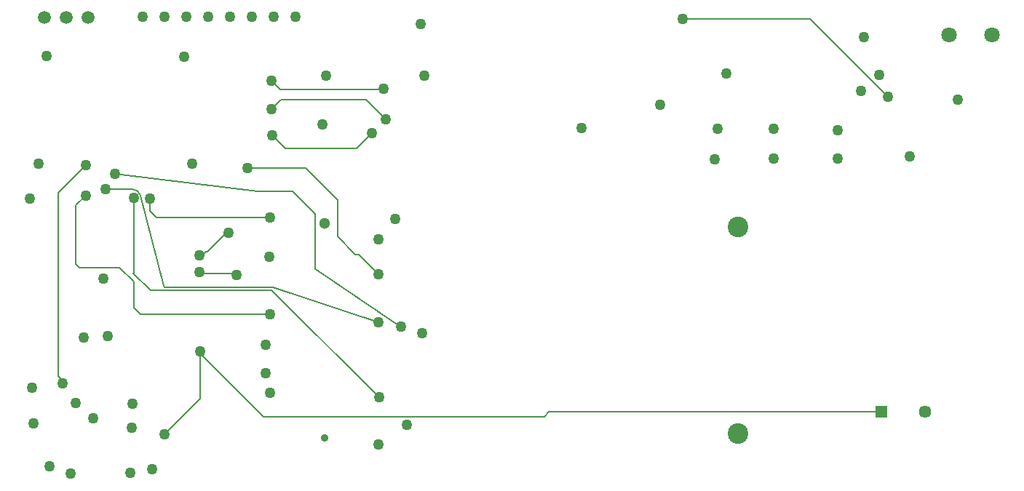
<source format=gbl>
G04*
G04 #@! TF.GenerationSoftware,Altium Limited,Altium Designer,24.8.2 (39)*
G04*
G04 Layer_Physical_Order=4*
G04 Layer_Color=16711680*
%FSLAX44Y44*%
%MOMM*%
G71*
G04*
G04 #@! TF.SameCoordinates,C4C63D13-D3AA-445C-89B5-11D78E456874*
G04*
G04*
G04 #@! TF.FilePolarity,Positive*
G04*
G01*
G75*
%ADD50R,1.4500X1.4500*%
%ADD51C,1.4500*%
%ADD52C,1.8034*%
%ADD53C,1.2700*%
%ADD54C,1.4986*%
%ADD56C,0.2032*%
%ADD58C,1.3000*%
%ADD59C,0.9000*%
%ADD60C,2.4000*%
D50*
X1004970Y96520D02*
D03*
D51*
X1054970D02*
D03*
D52*
X1083310Y534670D02*
D03*
X1133310D02*
D03*
D53*
X144780Y556260D02*
D03*
X170180D02*
D03*
X195580D02*
D03*
X220980D02*
D03*
X297180D02*
D03*
X322580D02*
D03*
X271780D02*
D03*
X246380D02*
D03*
X411480Y420370D02*
D03*
X427990Y436880D02*
D03*
X425450Y472440D02*
D03*
X472440Y487680D02*
D03*
X468630Y547370D02*
D03*
X655320Y426720D02*
D03*
X294640Y481330D02*
D03*
Y448310D02*
D03*
X295910Y417830D02*
D03*
X358140Y487680D02*
D03*
X354330Y430530D02*
D03*
X824230Y490220D02*
D03*
X1093470Y459740D02*
D03*
X1012344Y462788D02*
D03*
X746760Y453390D02*
D03*
X980440Y469900D02*
D03*
X1037590Y393700D02*
D03*
X210820Y278130D02*
D03*
X99060Y251460D02*
D03*
X104140Y184150D02*
D03*
X76200Y182880D02*
D03*
X78740Y347980D02*
D03*
X101600Y355600D02*
D03*
X113030Y373380D02*
D03*
X153670Y344170D02*
D03*
X134620Y345440D02*
D03*
X52070Y129540D02*
D03*
X16510Y124460D02*
D03*
X17780Y82550D02*
D03*
X67310Y106680D02*
D03*
X87630Y88900D02*
D03*
X953770Y391160D02*
D03*
Y424180D02*
D03*
X878840Y425450D02*
D03*
Y391160D02*
D03*
X60960Y24130D02*
D03*
X170180Y69850D02*
D03*
X130810Y25400D02*
D03*
X133350Y105410D02*
D03*
X210820Y259080D02*
D03*
X245110Y304800D02*
D03*
X254000Y255270D02*
D03*
X212090Y166370D02*
D03*
X293370Y209550D02*
D03*
X445770Y195580D02*
D03*
X469900Y187960D02*
D03*
X452120Y81280D02*
D03*
X419343Y200903D02*
D03*
X420370Y113030D02*
D03*
X419100Y58420D02*
D03*
X293370Y118110D02*
D03*
X288290Y140970D02*
D03*
Y173990D02*
D03*
X419100Y256540D02*
D03*
Y297180D02*
D03*
X292100Y276860D02*
D03*
X293370Y322580D02*
D03*
X13970Y344170D02*
D03*
X24130Y384810D02*
D03*
X33020Y510540D02*
D03*
X193040Y509270D02*
D03*
X810260Y389890D02*
D03*
X814070Y425450D02*
D03*
X984250Y532130D02*
D03*
X773430Y553720D02*
D03*
X132080Y77470D02*
D03*
X156210Y29210D02*
D03*
X36830Y33020D02*
D03*
X438792Y320943D02*
D03*
X202451Y385572D02*
D03*
X1001776Y488220D02*
D03*
X79248Y383794D02*
D03*
X266700Y379984D02*
D03*
D54*
X55880Y554990D02*
D03*
X81280D02*
D03*
X30480D02*
D03*
D56*
X280167Y353064D02*
G03*
X280416Y353060I249J8632D01*
G01*
X280167Y353064D02*
G03*
X280416Y353060I249J8632D01*
G01*
X280167Y353064D02*
G03*
X280416Y353060I249J8632D01*
G01*
X280167Y353064D02*
G03*
X280416Y353060I249J8632D01*
G01*
X280167Y353064D02*
G03*
X280416Y353060I249J8632D01*
G01*
X280167Y353064D02*
G03*
X280416Y353060I249J8632D01*
G01*
X280167Y353064D02*
G03*
X280416Y353060I249J8632D01*
G01*
X280167Y353064D02*
G03*
X280416Y353060I249J8632D01*
G01*
X280167Y353064D02*
G03*
X280416Y353060I249J8632D01*
G01*
X280167Y353064D02*
G03*
X280416Y353060I249J8632D01*
G01*
X280167Y353064D02*
G03*
X280416Y353060I249J8632D01*
G01*
X280167Y353064D02*
G03*
X280416Y353060I249J8632D01*
G01*
X280167Y353064D02*
G03*
X280416Y353060I249J8632D01*
G01*
X280167Y353064D02*
G03*
X280416Y353060I249J8632D01*
G01*
X280167Y353064D02*
G03*
X280416Y353060I249J8632D01*
G01*
X280167Y353064D02*
G03*
X280416Y353060I249J8632D01*
G01*
X280167Y353064D02*
G03*
X280416Y353060I249J8632D01*
G01*
X280167Y353064D02*
G03*
X280416Y353060I249J8632D01*
G01*
X280167Y353064D02*
G03*
X280416Y353060I249J8632D01*
G01*
X280167Y353064D02*
G03*
X280416Y353060I249J8632D01*
G01*
X280167Y353064D02*
G03*
X280416Y353060I249J8632D01*
G01*
X280167Y353064D02*
G03*
X280416Y353060I249J8632D01*
G01*
X280167Y353064D02*
G03*
X280416Y353060I249J8632D01*
G01*
X280167Y353064D02*
G03*
X280416Y353060I249J8632D01*
G01*
X280167Y353064D02*
G03*
X280416Y353060I249J8632D01*
G01*
X280167Y353064D02*
G03*
X280416Y353060I249J8632D01*
G01*
X280167Y353064D02*
G03*
X280416Y353060I249J8632D01*
G01*
X280167Y353064D02*
G03*
X280416Y353060I249J8632D01*
G01*
X280167Y353064D02*
G03*
X280416Y353060I249J8632D01*
G01*
X280167Y353064D02*
G03*
X280416Y353060I249J8632D01*
G01*
X280167Y353064D02*
G03*
X280416Y353060I249J8632D01*
G01*
X280167Y353064D02*
G03*
X280416Y353060I249J8632D01*
G01*
X280167Y353064D02*
G03*
X280416Y353060I249J8632D01*
G01*
X280167Y353064D02*
G03*
X280416Y353060I249J8632D01*
G01*
X280167Y353064D02*
G03*
X280416Y353060I249J8632D01*
G01*
X280167Y353064D02*
G03*
X280416Y353060I249J8632D01*
G01*
X280167Y353064D02*
G03*
X280416Y353060I249J8632D01*
G01*
X280167Y353064D02*
G03*
X280416Y353060I249J8632D01*
G01*
X280167Y353064D02*
G03*
X280416Y353060I249J8632D01*
G01*
X280167Y353064D02*
G03*
X280416Y353060I249J8632D01*
G01*
X280167Y353064D02*
G03*
X280416Y353060I249J8632D01*
G01*
X280167Y353064D02*
G03*
X280416Y353060I249J8632D01*
G01*
X280167Y353064D02*
G03*
X280416Y353060I249J8632D01*
G01*
X280167Y353064D02*
G03*
X280416Y353060I249J8632D01*
G01*
X280167Y353064D02*
G03*
X280416Y353060I249J8632D01*
G01*
X280167Y353064D02*
G03*
X280416Y353060I249J8632D01*
G01*
X280167Y353064D02*
G03*
X280416Y353060I249J8632D01*
G01*
X280167Y353064D02*
G03*
X280416Y353060I249J8632D01*
G01*
X280167Y353064D02*
G03*
X280416Y353060I249J8632D01*
G01*
X280167Y353064D02*
G03*
X280416Y353060I249J8632D01*
G01*
X280167Y353064D02*
G03*
X280416Y353060I249J8632D01*
G01*
X280167Y353064D02*
G03*
X280416Y353060I249J8632D01*
G01*
X280167Y353064D02*
G03*
X280416Y353060I249J8632D01*
G01*
X280167Y353064D02*
G03*
X280416Y353060I249J8632D01*
G01*
X280167Y353064D02*
G03*
X280416Y353060I249J8632D01*
G01*
X280167Y353064D02*
G03*
X280416Y353060I249J8632D01*
G01*
X280167Y353064D02*
G03*
X280416Y353060I249J8632D01*
G01*
X280167Y353064D02*
G03*
X280416Y353060I249J8632D01*
G01*
X280167Y353064D02*
G03*
X280416Y353060I249J8632D01*
G01*
X280167Y353064D02*
G03*
X280416Y353060I249J8632D01*
G01*
X280167Y353064D02*
G03*
X280416Y353060I249J8632D01*
G01*
X280167Y353064D02*
G03*
X280416Y353060I249J8632D01*
G01*
X280167Y353064D02*
G03*
X280416Y353060I249J8632D01*
G01*
X280167Y353064D02*
G03*
X280416Y353060I249J8632D01*
G01*
X280167Y353064D02*
G03*
X280416Y353060I249J8632D01*
G01*
X280167Y353064D02*
G03*
X280416Y353060I249J8632D01*
G01*
X280167Y353064D02*
G03*
X280416Y353060I249J8632D01*
G01*
X280167Y353064D02*
G03*
X280416Y353060I249J8632D01*
G01*
X280167Y353064D02*
G03*
X280416Y353060I249J8632D01*
G01*
X280167Y353064D02*
G03*
X280416Y353060I249J8632D01*
G01*
X280167Y353064D02*
G03*
X280416Y353060I249J8632D01*
G01*
X280167Y353064D02*
G03*
X280416Y353060I249J8632D01*
G01*
X142988Y347575D02*
G03*
X132658Y355600I-10330J-2635D01*
G01*
X142988Y347575D02*
G03*
X132658Y355600I-10330J-2635D01*
G01*
X142988Y347575D02*
G03*
X132658Y355600I-10330J-2635D01*
G01*
X142988Y347575D02*
G03*
X132658Y355600I-10330J-2635D01*
G01*
X142988Y347575D02*
G03*
X132658Y355600I-10330J-2635D01*
G01*
X142988Y347575D02*
G03*
X132658Y355600I-10330J-2635D01*
G01*
X142988Y347575D02*
G03*
X132658Y355600I-10330J-2635D01*
G01*
X142988Y347575D02*
G03*
X132658Y355600I-10330J-2635D01*
G01*
X142988Y347575D02*
G03*
X132658Y355600I-10330J-2635D01*
G01*
X142988Y347575D02*
G03*
X132658Y355600I-10330J-2635D01*
G01*
X142988Y347575D02*
G03*
X132658Y355600I-10330J-2635D01*
G01*
X142988Y347575D02*
G03*
X132658Y355600I-10330J-2635D01*
G01*
X142988Y347575D02*
G03*
X132658Y355600I-10330J-2635D01*
G01*
X142988Y347575D02*
G03*
X132658Y355600I-10330J-2635D01*
G01*
X142988Y347575D02*
G03*
X132658Y355600I-10330J-2635D01*
G01*
X142988Y347575D02*
G03*
X132658Y355600I-10330J-2635D01*
G01*
X142988Y347575D02*
G03*
X132658Y355600I-10330J-2635D01*
G01*
X142988Y347575D02*
G03*
X132658Y355600I-10330J-2635D01*
G01*
X142988Y347575D02*
G03*
X132658Y355600I-10330J-2635D01*
G01*
X142988Y347575D02*
G03*
X132658Y355600I-10330J-2635D01*
G01*
X142988Y347575D02*
G03*
X132658Y355600I-10330J-2635D01*
G01*
X142988Y347575D02*
G03*
X132658Y355600I-10330J-2635D01*
G01*
X142988Y347575D02*
G03*
X132658Y355600I-10330J-2635D01*
G01*
X142988Y347575D02*
G03*
X132658Y355600I-10330J-2635D01*
G01*
X142988Y347575D02*
G03*
X132658Y355600I-10330J-2635D01*
G01*
X142988Y347575D02*
G03*
X132658Y355600I-10330J-2635D01*
G01*
X142988Y347575D02*
G03*
X132658Y355600I-10330J-2635D01*
G01*
X142988Y347575D02*
G03*
X132658Y355600I-10330J-2635D01*
G01*
X142988Y347575D02*
G03*
X132658Y355600I-10330J-2635D01*
G01*
X142988Y347575D02*
G03*
X132658Y355600I-10330J-2635D01*
G01*
X142988Y347575D02*
G03*
X132658Y355600I-10330J-2635D01*
G01*
X142988Y347575D02*
G03*
X132658Y355600I-10330J-2635D01*
G01*
X142988Y347575D02*
G03*
X132658Y355600I-10330J-2635D01*
G01*
X142988Y347575D02*
G03*
X132658Y355600I-10330J-2635D01*
G01*
X142988Y347575D02*
G03*
X132658Y355600I-10330J-2635D01*
G01*
X142988Y347575D02*
G03*
X132658Y355600I-10330J-2635D01*
G01*
X142988Y347575D02*
G03*
X132658Y355600I-10330J-2635D01*
G01*
X142988Y347575D02*
G03*
X132658Y355600I-10330J-2635D01*
G01*
X142988Y347575D02*
G03*
X132658Y355600I-10330J-2635D01*
G01*
X142988Y347575D02*
G03*
X132658Y355600I-10330J-2635D01*
G01*
X142988Y347575D02*
G03*
X132658Y355600I-10330J-2635D01*
G01*
X142988Y347575D02*
G03*
X132658Y355600I-10330J-2635D01*
G01*
X142988Y347575D02*
G03*
X132658Y355600I-10330J-2635D01*
G01*
X142988Y347575D02*
G03*
X132658Y355600I-10330J-2635D01*
G01*
X142988Y347575D02*
G03*
X132658Y355600I-10330J-2635D01*
G01*
X142988Y347575D02*
G03*
X132658Y355600I-10330J-2635D01*
G01*
X142988Y347575D02*
G03*
X132658Y355600I-10330J-2635D01*
G01*
X142988Y347575D02*
G03*
X132658Y355600I-10330J-2635D01*
G01*
X142988Y347575D02*
G03*
X132658Y355600I-10330J-2635D01*
G01*
X142988Y347575D02*
G03*
X132658Y355600I-10330J-2635D01*
G01*
X142988Y347575D02*
G03*
X132658Y355600I-10330J-2635D01*
G01*
X142988Y347575D02*
G03*
X132658Y355600I-10330J-2635D01*
G01*
X142988Y347575D02*
G03*
X132658Y355600I-10330J-2635D01*
G01*
X142988Y347575D02*
G03*
X132658Y355600I-10330J-2635D01*
G01*
X142988Y347575D02*
G03*
X132658Y355600I-10330J-2635D01*
G01*
X142988Y347575D02*
G03*
X132658Y355600I-10330J-2635D01*
G01*
X142988Y347575D02*
G03*
X132658Y355600I-10330J-2635D01*
G01*
X142988Y347575D02*
G03*
X132658Y355600I-10330J-2635D01*
G01*
X142988Y347575D02*
G03*
X132658Y355600I-10330J-2635D01*
G01*
X142988Y347575D02*
G03*
X132658Y355600I-10330J-2635D01*
G01*
X142988Y347575D02*
G03*
X132658Y355600I-10330J-2635D01*
G01*
X142988Y347575D02*
G03*
X132658Y355600I-10330J-2635D01*
G01*
X142988Y347575D02*
G03*
X132658Y355600I-10330J-2635D01*
G01*
X142988Y347575D02*
G03*
X132658Y355600I-10330J-2635D01*
G01*
X142988Y347575D02*
G03*
X132658Y355600I-10330J-2635D01*
G01*
X142988Y347575D02*
G03*
X132658Y355600I-10330J-2635D01*
G01*
X142988Y347575D02*
G03*
X132658Y355600I-10330J-2635D01*
G01*
X142988Y347575D02*
G03*
X132658Y355600I-10330J-2635D01*
G01*
X142988Y347575D02*
G03*
X132658Y355600I-10330J-2635D01*
G01*
X142988Y347575D02*
G03*
X132658Y355600I-10330J-2635D01*
G01*
X142988Y347575D02*
G03*
X132658Y355600I-10330J-2635D01*
G01*
X142988Y347575D02*
G03*
X132658Y355600I-10330J-2635D01*
G01*
X279372Y353123D02*
G03*
X280167Y353064I1044J8573D01*
G01*
X393700Y402590D02*
X411480Y420370D01*
X311150Y402590D02*
X393700D01*
X295910Y417830D02*
X311150Y402590D01*
X405130Y459740D02*
X427990Y436880D01*
X306070Y459740D02*
X405130D01*
X424180Y471170D02*
X425450Y472440D01*
X304800Y471170D02*
X424180D01*
X294640Y481330D02*
X304800Y471170D01*
X294640Y448310D02*
X306070Y459740D01*
X280416Y353060D02*
X319532D01*
X132658Y355600D02*
X132659D01*
X101600D02*
X132658D01*
X921412Y553720D02*
X1012344Y462788D01*
X773430Y553720D02*
X921412D01*
X346202Y262716D02*
X347392Y261525D01*
X319532Y353060D02*
X346202Y326390D01*
X142240Y209550D02*
X293370D01*
X220724Y282954D02*
X242570Y304800D01*
X210820Y278130D02*
X213707D01*
X218530Y282954D01*
X220724D01*
X134620Y257810D02*
Y345440D01*
X134501Y257691D02*
X134620Y257810D01*
X134501Y257691D02*
X154148Y238044D01*
X118110Y264160D02*
X134620Y247650D01*
Y217170D02*
Y247650D01*
Y217170D02*
X142240Y209550D01*
X71120Y264160D02*
X118110D01*
X67310Y267970D02*
X71120Y264160D01*
X67310Y267970D02*
Y336550D01*
X78740Y347980D01*
X113030Y373380D02*
X279372Y353124D01*
X170975Y241346D02*
X278166D01*
X153670Y330200D02*
X161290Y322580D01*
X293370D01*
X153670Y330200D02*
Y344170D01*
X142988Y347575D02*
X169785Y242537D01*
X170975Y241346D01*
X46990Y137507D02*
Y351536D01*
Y137507D02*
X52070Y132427D01*
Y129540D02*
Y132427D01*
X46990Y351536D02*
X79248Y383794D01*
X154148Y238044D02*
X295356D01*
X170180Y69850D02*
X212090Y111760D01*
Y164322D01*
X212725Y257175D02*
X252095D01*
X210820Y259080D02*
X212725Y257175D01*
X252095D02*
X254000Y255270D01*
X242570Y304800D02*
X245110D01*
X278166Y241346D02*
X278189Y241370D01*
X296553D01*
X296863Y241268D01*
X419343Y200903D01*
X212090Y164322D02*
X285480Y90932D01*
X212090Y164322D02*
Y166370D01*
X445245Y195580D02*
X445770D01*
X347392Y261525D02*
X445245Y195580D01*
X346202Y262716D02*
Y326390D01*
X295356Y238044D02*
X420370Y113030D01*
X285480Y90932D02*
X612394D01*
X392615Y279341D02*
X396299D01*
X371856Y300100D02*
X392615Y279341D01*
X396299D02*
X419100Y256540D01*
X612394Y90932D02*
X617982Y96520D01*
X1004970D01*
X371856Y300100D02*
Y343154D01*
X335026Y379984D02*
X371856Y343154D01*
X266700Y379984D02*
X335026D01*
D58*
X356510Y315920D02*
D03*
D59*
Y65920D02*
D03*
D60*
X837370Y70910D02*
D03*
Y311360D02*
D03*
M02*

</source>
